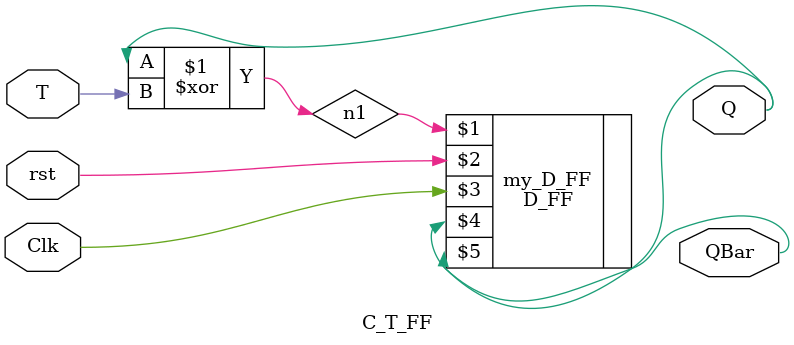
<source format=v>
module C_T_FF(T, rst, Clk, Q, QBar);
		
		input rst;
		input Clk;
		input T;
		output Q;
		output QBar;

		wire n1;
		
		xor n(n1, Q, T);
		D_FF my_D_FF(n1, rst, Clk, Q, QBar);

endmodule 



</source>
